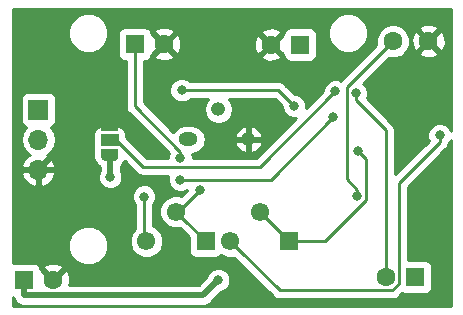
<source format=gbl>
G04 #@! TF.GenerationSoftware,KiCad,Pcbnew,5.0.2-bee76a0~70~ubuntu18.04.1*
G04 #@! TF.CreationDate,2020-01-23T08:49:23+05:30*
G04 #@! TF.ProjectId,pir_v1_0,7069725f-7631-45f3-902e-6b696361645f,rev?*
G04 #@! TF.SameCoordinates,Original*
G04 #@! TF.FileFunction,Copper,L2,Bot*
G04 #@! TF.FilePolarity,Positive*
%FSLAX46Y46*%
G04 Gerber Fmt 4.6, Leading zero omitted, Abs format (unit mm)*
G04 Created by KiCad (PCBNEW 5.0.2-bee76a0~70~ubuntu18.04.1) date Thu Jan 23 08:49:23 2020*
%MOMM*%
%LPD*%
G01*
G04 APERTURE LIST*
G04 #@! TA.AperFunction,ComponentPad*
%ADD10O,1.700000X1.700000*%
G04 #@! TD*
G04 #@! TA.AperFunction,ComponentPad*
%ADD11R,1.700000X1.700000*%
G04 #@! TD*
G04 #@! TA.AperFunction,ComponentPad*
%ADD12R,1.600000X1.600000*%
G04 #@! TD*
G04 #@! TA.AperFunction,ComponentPad*
%ADD13C,1.600000*%
G04 #@! TD*
G04 #@! TA.AperFunction,ComponentPad*
%ADD14O,1.600000X1.200000*%
G04 #@! TD*
G04 #@! TA.AperFunction,ComponentPad*
%ADD15O,1.200000X1.200000*%
G04 #@! TD*
G04 #@! TA.AperFunction,SMDPad,CuDef*
%ADD16C,0.500000*%
G04 #@! TD*
G04 #@! TA.AperFunction,Conductor*
%ADD17C,0.100000*%
G04 #@! TD*
G04 #@! TA.AperFunction,SMDPad,CuDef*
%ADD18R,1.500000X1.000000*%
G04 #@! TD*
G04 #@! TA.AperFunction,ComponentPad*
%ADD19C,1.550000*%
G04 #@! TD*
G04 #@! TA.AperFunction,ComponentPad*
%ADD20R,1.550000X1.550000*%
G04 #@! TD*
G04 #@! TA.AperFunction,ViaPad*
%ADD21C,0.800000*%
G04 #@! TD*
G04 #@! TA.AperFunction,Conductor*
%ADD22C,0.500000*%
G04 #@! TD*
G04 #@! TA.AperFunction,Conductor*
%ADD23C,0.250000*%
G04 #@! TD*
G04 #@! TA.AperFunction,Conductor*
%ADD24C,0.254000*%
G04 #@! TD*
G04 APERTURE END LIST*
D10*
G04 #@! TO.P,J2,3*
G04 #@! TO.N,GND*
X72125000Y-64990000D03*
G04 #@! TO.P,J2,2*
G04 #@! TO.N,Net-(J2-Pad2)*
X72125000Y-62450000D03*
D11*
G04 #@! TO.P,J2,1*
G04 #@! TO.N,Net-(J2-Pad1)*
X72125000Y-59910000D03*
G04 #@! TD*
D12*
G04 #@! TO.P,C2,1*
G04 #@! TO.N,Net-(C2-Pad1)*
X80275000Y-54375000D03*
D13*
G04 #@! TO.P,C2,2*
G04 #@! TO.N,GND*
X82775000Y-54375000D03*
G04 #@! TD*
G04 #@! TO.P,C3,2*
G04 #@! TO.N,GND*
X91800000Y-54400000D03*
D12*
G04 #@! TO.P,C3,1*
G04 #@! TO.N,Net-(C3-Pad1)*
X94300000Y-54400000D03*
G04 #@! TD*
G04 #@! TO.P,C5,1*
G04 #@! TO.N,Net-(C5-Pad1)*
X104025000Y-74100000D03*
D13*
G04 #@! TO.P,C5,2*
G04 #@! TO.N,Net-(C4-Pad1)*
X101525000Y-74100000D03*
G04 #@! TD*
G04 #@! TO.P,C10,2*
G04 #@! TO.N,GND*
X73375000Y-74325000D03*
D12*
G04 #@! TO.P,C10,1*
G04 #@! TO.N,+3V3*
X70875000Y-74325000D03*
G04 #@! TD*
D13*
G04 #@! TO.P,R6,1*
G04 #@! TO.N,Net-(R5-Pad2)*
X102150000Y-54125000D03*
G04 #@! TO.P,R6,2*
G04 #@! TO.N,GND*
X105150000Y-54125000D03*
G04 #@! TD*
D14*
G04 #@! TO.P,U1,1*
G04 #@! TO.N,Net-(R2-Pad2)*
X84825000Y-62425000D03*
D15*
G04 #@! TO.P,U1,2*
G04 #@! TO.N,Net-(C1-Pad1)*
X87365000Y-59885000D03*
G04 #@! TO.P,U1,3*
G04 #@! TO.N,GND*
X89905000Y-62425000D03*
G04 #@! TD*
D16*
G04 #@! TO.P,J1,1*
G04 #@! TO.N,+3V3*
X78150000Y-63775000D03*
D17*
G04 #@! TD*
G04 #@! TO.N,+3V3*
G04 #@! TO.C,J1*
G36*
X78900000Y-63225000D02*
X78900000Y-63775000D01*
X78899398Y-63775000D01*
X78899398Y-63799534D01*
X78894588Y-63848365D01*
X78885016Y-63896490D01*
X78870772Y-63943445D01*
X78851995Y-63988778D01*
X78828864Y-64032051D01*
X78801604Y-64072850D01*
X78770476Y-64110779D01*
X78735779Y-64145476D01*
X78697850Y-64176604D01*
X78657051Y-64203864D01*
X78613778Y-64226995D01*
X78568445Y-64245772D01*
X78521490Y-64260016D01*
X78473365Y-64269588D01*
X78424534Y-64274398D01*
X78400000Y-64274398D01*
X78400000Y-64275000D01*
X77900000Y-64275000D01*
X77900000Y-64274398D01*
X77875466Y-64274398D01*
X77826635Y-64269588D01*
X77778510Y-64260016D01*
X77731555Y-64245772D01*
X77686222Y-64226995D01*
X77642949Y-64203864D01*
X77602150Y-64176604D01*
X77564221Y-64145476D01*
X77529524Y-64110779D01*
X77498396Y-64072850D01*
X77471136Y-64032051D01*
X77448005Y-63988778D01*
X77429228Y-63943445D01*
X77414984Y-63896490D01*
X77405412Y-63848365D01*
X77400602Y-63799534D01*
X77400602Y-63775000D01*
X77400000Y-63775000D01*
X77400000Y-63225000D01*
X78900000Y-63225000D01*
X78900000Y-63225000D01*
G37*
D16*
G04 #@! TO.P,J1,3*
G04 #@! TO.N,GND*
X78150000Y-61175000D03*
D17*
G04 #@! TD*
G04 #@! TO.N,GND*
G04 #@! TO.C,J1*
G36*
X77400602Y-61175000D02*
X77400602Y-61150466D01*
X77405412Y-61101635D01*
X77414984Y-61053510D01*
X77429228Y-61006555D01*
X77448005Y-60961222D01*
X77471136Y-60917949D01*
X77498396Y-60877150D01*
X77529524Y-60839221D01*
X77564221Y-60804524D01*
X77602150Y-60773396D01*
X77642949Y-60746136D01*
X77686222Y-60723005D01*
X77731555Y-60704228D01*
X77778510Y-60689984D01*
X77826635Y-60680412D01*
X77875466Y-60675602D01*
X77900000Y-60675602D01*
X77900000Y-60675000D01*
X78400000Y-60675000D01*
X78400000Y-60675602D01*
X78424534Y-60675602D01*
X78473365Y-60680412D01*
X78521490Y-60689984D01*
X78568445Y-60704228D01*
X78613778Y-60723005D01*
X78657051Y-60746136D01*
X78697850Y-60773396D01*
X78735779Y-60804524D01*
X78770476Y-60839221D01*
X78801604Y-60877150D01*
X78828864Y-60917949D01*
X78851995Y-60961222D01*
X78870772Y-61006555D01*
X78885016Y-61053510D01*
X78894588Y-61101635D01*
X78899398Y-61150466D01*
X78899398Y-61175000D01*
X78900000Y-61175000D01*
X78900000Y-61725000D01*
X77400000Y-61725000D01*
X77400000Y-61175000D01*
X77400602Y-61175000D01*
X77400602Y-61175000D01*
G37*
D18*
G04 #@! TO.P,J1,2*
G04 #@! TO.N,Net-(J1-Pad2)*
X78150000Y-62475000D03*
G04 #@! TD*
D19*
G04 #@! TO.P,RV1,3*
G04 #@! TO.N,Net-(R12-Pad2)*
X88375000Y-71050000D03*
D20*
G04 #@! TO.P,RV1,1*
G04 #@! TO.N,Net-(C7-Pad2)*
X93375000Y-71050000D03*
D19*
G04 #@! TO.P,RV1,2*
X90875000Y-68550000D03*
G04 #@! TD*
G04 #@! TO.P,RV2,2*
G04 #@! TO.N,Net-(C9-Pad2)*
X83775000Y-68550000D03*
D20*
G04 #@! TO.P,RV2,1*
X86275000Y-71050000D03*
D19*
G04 #@! TO.P,RV2,3*
G04 #@! TO.N,Net-(R13-Pad1)*
X81275000Y-71050000D03*
G04 #@! TD*
D21*
G04 #@! TO.N,Net-(C2-Pad1)*
X84150000Y-64050000D03*
G04 #@! TO.N,Net-(C4-Pad1)*
X98975000Y-58525000D03*
G04 #@! TO.N,Net-(C7-Pad2)*
X99150000Y-63400000D03*
G04 #@! TO.N,Net-(C9-Pad2)*
X85775000Y-66750000D03*
G04 #@! TO.N,+3V3*
X78200000Y-65625000D03*
X87350000Y-74350000D03*
G04 #@! TO.N,Net-(J1-Pad2)*
X97275000Y-58375000D03*
G04 #@! TO.N,Net-(R5-Pad2)*
X99125000Y-67250000D03*
G04 #@! TO.N,Net-(R12-Pad2)*
X106100000Y-62100000D03*
G04 #@! TO.N,Net-(R13-Pad1)*
X81075000Y-67275010D03*
G04 #@! TO.N,Net-(R13-Pad2)*
X97100000Y-60575000D03*
X84125000Y-65850000D03*
G04 #@! TO.N,Net-(R15-Pad2)*
X93775000Y-59600000D03*
X84250000Y-58275000D03*
G04 #@! TD*
D22*
G04 #@! TO.N,GND*
X75940000Y-61175000D02*
X72125000Y-64990000D01*
X78150000Y-61175000D02*
X75940000Y-61175000D01*
D23*
G04 #@! TO.N,Net-(C2-Pad1)*
X80275000Y-55425000D02*
X80275000Y-54375000D01*
X80275000Y-59609315D02*
X80275000Y-55425000D01*
X84150000Y-63484315D02*
X80275000Y-59609315D01*
X84150000Y-64050000D02*
X84150000Y-63484315D01*
G04 #@! TO.N,Net-(C4-Pad1)*
X101525000Y-61640685D02*
X101525000Y-74100000D01*
X98975000Y-58525000D02*
X98975000Y-59090685D01*
X98975000Y-59090685D02*
X101525000Y-61640685D01*
G04 #@! TO.N,Net-(C7-Pad2)*
X99850001Y-64100001D02*
X99850001Y-67598001D01*
X99150000Y-63400000D02*
X99850001Y-64100001D01*
X96398002Y-71050000D02*
X93375000Y-71050000D01*
X99850001Y-67598001D02*
X96398002Y-71050000D01*
X91649999Y-69324999D02*
X93375000Y-71050000D01*
X90875000Y-68550000D02*
X91649999Y-69324999D01*
G04 #@! TO.N,Net-(C9-Pad2)*
X85450000Y-66750000D02*
X85775000Y-66750000D01*
X83975000Y-68550000D02*
X83775000Y-68550000D01*
X85775000Y-66750000D02*
X83975000Y-68550000D01*
X84549999Y-69324999D02*
X86275000Y-71050000D01*
X83775000Y-68550000D02*
X84549999Y-69324999D01*
D22*
G04 #@! TO.N,+3V3*
X78200000Y-63825000D02*
X78150000Y-63775000D01*
X78200000Y-65625000D02*
X78200000Y-63825000D01*
X70875001Y-75625001D02*
X86074999Y-75625001D01*
X86074999Y-75625001D02*
X87350000Y-74350000D01*
X70875000Y-74325000D02*
X70875001Y-75625001D01*
D23*
G04 #@! TO.N,Net-(J1-Pad2)*
X97275000Y-58375000D02*
X90874999Y-64775001D01*
X80980347Y-64775001D02*
X90874999Y-64775001D01*
X78680346Y-62475000D02*
X80980347Y-64775001D01*
X78150000Y-62475000D02*
X78680346Y-62475000D01*
G04 #@! TO.N,Net-(R5-Pad2)*
X99125000Y-66684315D02*
X98249999Y-65809314D01*
X99125000Y-67250000D02*
X99125000Y-66684315D01*
X98249999Y-58025001D02*
X98249999Y-59750000D01*
X102150000Y-54125000D02*
X98249999Y-58025001D01*
X98249999Y-65809314D02*
X98249999Y-59750000D01*
G04 #@! TO.N,Net-(R12-Pad2)*
X92550001Y-75225001D02*
X89149999Y-71824999D01*
X102065001Y-75225001D02*
X92550001Y-75225001D01*
X102650001Y-74640001D02*
X102065001Y-75225001D01*
X102650001Y-66115684D02*
X102650001Y-74640001D01*
X106100000Y-62665685D02*
X102650001Y-66115684D01*
X106100000Y-62100000D02*
X106100000Y-62665685D01*
X89149999Y-71824999D02*
X88375000Y-71050000D01*
G04 #@! TO.N,Net-(R13-Pad1)*
X81075000Y-70975000D02*
X81150000Y-71050000D01*
X81075000Y-70850000D02*
X81275000Y-71050000D01*
X81075000Y-67275010D02*
X81075000Y-70850000D01*
G04 #@! TO.N,Net-(R13-Pad2)*
X97100000Y-60575000D02*
X91825000Y-65850000D01*
X91825000Y-65850000D02*
X84125000Y-65850000D01*
G04 #@! TO.N,Net-(R15-Pad2)*
X93775000Y-59600000D02*
X92450000Y-58275000D01*
X92450000Y-58275000D02*
X84250000Y-58275000D01*
G04 #@! TD*
D24*
G04 #@! TO.N,GND*
G36*
X107065000Y-61725132D02*
X106977431Y-61513720D01*
X106686280Y-61222569D01*
X106305874Y-61065000D01*
X105894126Y-61065000D01*
X105513720Y-61222569D01*
X105222569Y-61513720D01*
X105065000Y-61894126D01*
X105065000Y-62305874D01*
X105158728Y-62532154D01*
X102285000Y-65405884D01*
X102285000Y-61715533D01*
X102299888Y-61640685D01*
X102285000Y-61565837D01*
X102285000Y-61565833D01*
X102240904Y-61344148D01*
X102072929Y-61092756D01*
X102009473Y-61050356D01*
X99916271Y-58957155D01*
X100010000Y-58730874D01*
X100010000Y-58319126D01*
X99852431Y-57938720D01*
X99631756Y-57718045D01*
X101811699Y-55538104D01*
X101864561Y-55560000D01*
X102435439Y-55560000D01*
X102962862Y-55341534D01*
X103171651Y-55132745D01*
X104321861Y-55132745D01*
X104395995Y-55378864D01*
X104933223Y-55571965D01*
X105503454Y-55544778D01*
X105904005Y-55378864D01*
X105978139Y-55132745D01*
X105150000Y-54304605D01*
X104321861Y-55132745D01*
X103171651Y-55132745D01*
X103366534Y-54937862D01*
X103585000Y-54410439D01*
X103585000Y-53908223D01*
X103703035Y-53908223D01*
X103730222Y-54478454D01*
X103896136Y-54879005D01*
X104142255Y-54953139D01*
X104970395Y-54125000D01*
X105329605Y-54125000D01*
X106157745Y-54953139D01*
X106403864Y-54879005D01*
X106596965Y-54341777D01*
X106569778Y-53771546D01*
X106403864Y-53370995D01*
X106157745Y-53296861D01*
X105329605Y-54125000D01*
X104970395Y-54125000D01*
X104142255Y-53296861D01*
X103896136Y-53370995D01*
X103703035Y-53908223D01*
X103585000Y-53908223D01*
X103585000Y-53839561D01*
X103366534Y-53312138D01*
X103171651Y-53117255D01*
X104321861Y-53117255D01*
X105150000Y-53945395D01*
X105978139Y-53117255D01*
X105904005Y-52871136D01*
X105366777Y-52678035D01*
X104796546Y-52705222D01*
X104395995Y-52871136D01*
X104321861Y-53117255D01*
X103171651Y-53117255D01*
X102962862Y-52908466D01*
X102435439Y-52690000D01*
X101864561Y-52690000D01*
X101337138Y-52908466D01*
X100933466Y-53312138D01*
X100715000Y-53839561D01*
X100715000Y-54410439D01*
X100736896Y-54463301D01*
X97765529Y-57434670D01*
X97744060Y-57449015D01*
X97480874Y-57340000D01*
X97069126Y-57340000D01*
X96688720Y-57497569D01*
X96397569Y-57788720D01*
X96240000Y-58169126D01*
X96240000Y-58335198D01*
X94810000Y-59765198D01*
X94810000Y-59394126D01*
X94652431Y-59013720D01*
X94361280Y-58722569D01*
X93980874Y-58565000D01*
X93814802Y-58565000D01*
X93040331Y-57790530D01*
X92997929Y-57727071D01*
X92746537Y-57559096D01*
X92524852Y-57515000D01*
X92524847Y-57515000D01*
X92450000Y-57500112D01*
X92375153Y-57515000D01*
X84953711Y-57515000D01*
X84836280Y-57397569D01*
X84455874Y-57240000D01*
X84044126Y-57240000D01*
X83663720Y-57397569D01*
X83372569Y-57688720D01*
X83215000Y-58069126D01*
X83215000Y-58480874D01*
X83372569Y-58861280D01*
X83663720Y-59152431D01*
X84044126Y-59310000D01*
X84455874Y-59310000D01*
X84836280Y-59152431D01*
X84953711Y-59035000D01*
X86447631Y-59035000D01*
X86201656Y-59403127D01*
X86105805Y-59885000D01*
X86201656Y-60366873D01*
X86474615Y-60775385D01*
X86883127Y-61048344D01*
X87243364Y-61120000D01*
X87486636Y-61120000D01*
X87846873Y-61048344D01*
X88255385Y-60775385D01*
X88528344Y-60366873D01*
X88624195Y-59885000D01*
X88528344Y-59403127D01*
X88282369Y-59035000D01*
X92135199Y-59035000D01*
X92740000Y-59639802D01*
X92740000Y-59805874D01*
X92897569Y-60186280D01*
X93188720Y-60477431D01*
X93569126Y-60635000D01*
X93940198Y-60635000D01*
X90560198Y-64015001D01*
X85185000Y-64015001D01*
X85185000Y-63844126D01*
X85108733Y-63660000D01*
X85146636Y-63660000D01*
X85506873Y-63588344D01*
X85915385Y-63315385D01*
X86188344Y-62906873D01*
X86221018Y-62742609D01*
X88711538Y-62742609D01*
X88836503Y-63044327D01*
X89154844Y-63406080D01*
X89587389Y-63618472D01*
X89778000Y-63494714D01*
X89778000Y-62552000D01*
X90032000Y-62552000D01*
X90032000Y-63494714D01*
X90222611Y-63618472D01*
X90655156Y-63406080D01*
X90973497Y-63044327D01*
X91098462Y-62742609D01*
X90973731Y-62552000D01*
X90032000Y-62552000D01*
X89778000Y-62552000D01*
X88836269Y-62552000D01*
X88711538Y-62742609D01*
X86221018Y-62742609D01*
X86284195Y-62425000D01*
X86221019Y-62107391D01*
X88711538Y-62107391D01*
X88836269Y-62298000D01*
X89778000Y-62298000D01*
X89778000Y-61355286D01*
X90032000Y-61355286D01*
X90032000Y-62298000D01*
X90973731Y-62298000D01*
X91098462Y-62107391D01*
X90973497Y-61805673D01*
X90655156Y-61443920D01*
X90222611Y-61231528D01*
X90032000Y-61355286D01*
X89778000Y-61355286D01*
X89587389Y-61231528D01*
X89154844Y-61443920D01*
X88836503Y-61805673D01*
X88711538Y-62107391D01*
X86221019Y-62107391D01*
X86188344Y-61943127D01*
X85915385Y-61534615D01*
X85506873Y-61261656D01*
X85146636Y-61190000D01*
X84503364Y-61190000D01*
X84143127Y-61261656D01*
X83734615Y-61534615D01*
X83550560Y-61810073D01*
X81035000Y-59294514D01*
X81035000Y-55822440D01*
X81075000Y-55822440D01*
X81322765Y-55773157D01*
X81532809Y-55632809D01*
X81673157Y-55422765D01*
X81681117Y-55382745D01*
X81946861Y-55382745D01*
X82020995Y-55628864D01*
X82558223Y-55821965D01*
X83128454Y-55794778D01*
X83529005Y-55628864D01*
X83595608Y-55407745D01*
X90971861Y-55407745D01*
X91045995Y-55653864D01*
X91583223Y-55846965D01*
X92153454Y-55819778D01*
X92554005Y-55653864D01*
X92628139Y-55407745D01*
X91800000Y-54579605D01*
X90971861Y-55407745D01*
X83595608Y-55407745D01*
X83603139Y-55382745D01*
X82775000Y-54554605D01*
X81946861Y-55382745D01*
X81681117Y-55382745D01*
X81719693Y-55188813D01*
X81767255Y-55203139D01*
X82595395Y-54375000D01*
X82954605Y-54375000D01*
X83782745Y-55203139D01*
X84028864Y-55129005D01*
X84221965Y-54591777D01*
X84202487Y-54183223D01*
X90353035Y-54183223D01*
X90380222Y-54753454D01*
X90546136Y-55154005D01*
X90792255Y-55228139D01*
X91620395Y-54400000D01*
X91979605Y-54400000D01*
X92807745Y-55228139D01*
X92855307Y-55213813D01*
X92901843Y-55447765D01*
X93042191Y-55657809D01*
X93252235Y-55798157D01*
X93500000Y-55847440D01*
X95100000Y-55847440D01*
X95347765Y-55798157D01*
X95557809Y-55657809D01*
X95698157Y-55447765D01*
X95747440Y-55200000D01*
X95747440Y-53600000D01*
X95698157Y-53352235D01*
X95557809Y-53142191D01*
X95479451Y-53089833D01*
X96665000Y-53089833D01*
X96665000Y-53760167D01*
X96921526Y-54379476D01*
X97395524Y-54853474D01*
X98014833Y-55110000D01*
X98685167Y-55110000D01*
X99304476Y-54853474D01*
X99778474Y-54379476D01*
X100035000Y-53760167D01*
X100035000Y-53089833D01*
X99778474Y-52470524D01*
X99304476Y-51996526D01*
X98685167Y-51740000D01*
X98014833Y-51740000D01*
X97395524Y-51996526D01*
X96921526Y-52470524D01*
X96665000Y-53089833D01*
X95479451Y-53089833D01*
X95347765Y-53001843D01*
X95100000Y-52952560D01*
X93500000Y-52952560D01*
X93252235Y-53001843D01*
X93042191Y-53142191D01*
X92901843Y-53352235D01*
X92855307Y-53586187D01*
X92807745Y-53571861D01*
X91979605Y-54400000D01*
X91620395Y-54400000D01*
X90792255Y-53571861D01*
X90546136Y-53645995D01*
X90353035Y-54183223D01*
X84202487Y-54183223D01*
X84194778Y-54021546D01*
X84028864Y-53620995D01*
X83782745Y-53546861D01*
X82954605Y-54375000D01*
X82595395Y-54375000D01*
X81767255Y-53546861D01*
X81719693Y-53561187D01*
X81681118Y-53367255D01*
X81946861Y-53367255D01*
X82775000Y-54195395D01*
X83578139Y-53392255D01*
X90971861Y-53392255D01*
X91800000Y-54220395D01*
X92628139Y-53392255D01*
X92554005Y-53146136D01*
X92016777Y-52953035D01*
X91446546Y-52980222D01*
X91045995Y-53146136D01*
X90971861Y-53392255D01*
X83578139Y-53392255D01*
X83603139Y-53367255D01*
X83529005Y-53121136D01*
X82991777Y-52928035D01*
X82421546Y-52955222D01*
X82020995Y-53121136D01*
X81946861Y-53367255D01*
X81681118Y-53367255D01*
X81673157Y-53327235D01*
X81532809Y-53117191D01*
X81322765Y-52976843D01*
X81075000Y-52927560D01*
X79475000Y-52927560D01*
X79227235Y-52976843D01*
X79017191Y-53117191D01*
X78876843Y-53327235D01*
X78827560Y-53575000D01*
X78827560Y-55175000D01*
X78876843Y-55422765D01*
X79017191Y-55632809D01*
X79227235Y-55773157D01*
X79475000Y-55822440D01*
X79515001Y-55822440D01*
X79515000Y-59534468D01*
X79500112Y-59609315D01*
X79515000Y-59684162D01*
X79515000Y-59684166D01*
X79559096Y-59905851D01*
X79727071Y-60157244D01*
X79790530Y-60199646D01*
X83208728Y-63617845D01*
X83115000Y-63844126D01*
X83115000Y-64015001D01*
X81295149Y-64015001D01*
X79547440Y-62267293D01*
X79547440Y-61975000D01*
X79498157Y-61727235D01*
X79357809Y-61517191D01*
X79147765Y-61376843D01*
X78900000Y-61327560D01*
X77400000Y-61327560D01*
X77152235Y-61376843D01*
X76942191Y-61517191D01*
X76801843Y-61727235D01*
X76752560Y-61975000D01*
X76752560Y-62975000D01*
X76777424Y-63100000D01*
X76752560Y-63225000D01*
X76752560Y-63775000D01*
X76754968Y-63787106D01*
X76754968Y-63824009D01*
X76767408Y-63950318D01*
X76786530Y-64046451D01*
X76823372Y-64167904D01*
X76860881Y-64258460D01*
X76920713Y-64370397D01*
X76975169Y-64451896D01*
X77055686Y-64550006D01*
X77124994Y-64619314D01*
X77223104Y-64699831D01*
X77304603Y-64754287D01*
X77315000Y-64759845D01*
X77315000Y-65056992D01*
X77165000Y-65419126D01*
X77165000Y-65830874D01*
X77322569Y-66211280D01*
X77613720Y-66502431D01*
X77994126Y-66660000D01*
X78405874Y-66660000D01*
X78786280Y-66502431D01*
X79077431Y-66211280D01*
X79235000Y-65830874D01*
X79235000Y-65419126D01*
X79085000Y-65056993D01*
X79085000Y-64693180D01*
X79175006Y-64619314D01*
X79244314Y-64550006D01*
X79324831Y-64451896D01*
X79379287Y-64370397D01*
X79421663Y-64291118D01*
X80390018Y-65259474D01*
X80432418Y-65322930D01*
X80683810Y-65490905D01*
X80905495Y-65535001D01*
X80905499Y-65535001D01*
X80980347Y-65549889D01*
X81055195Y-65535001D01*
X83135201Y-65535001D01*
X83090000Y-65644126D01*
X83090000Y-66055874D01*
X83247569Y-66436280D01*
X83538720Y-66727431D01*
X83919126Y-66885000D01*
X84330874Y-66885000D01*
X84676756Y-66741731D01*
X84675111Y-66750000D01*
X84679273Y-66770924D01*
X84235589Y-67214609D01*
X84055467Y-67140000D01*
X83494533Y-67140000D01*
X82976299Y-67354659D01*
X82579659Y-67751299D01*
X82365000Y-68269533D01*
X82365000Y-68830467D01*
X82579659Y-69348701D01*
X82976299Y-69745341D01*
X83494533Y-69960000D01*
X84055467Y-69960000D01*
X84094168Y-69943969D01*
X84852560Y-70702361D01*
X84852560Y-71825000D01*
X84901843Y-72072765D01*
X85042191Y-72282809D01*
X85252235Y-72423157D01*
X85500000Y-72472440D01*
X87050000Y-72472440D01*
X87297765Y-72423157D01*
X87507809Y-72282809D01*
X87550250Y-72219292D01*
X87576299Y-72245341D01*
X88094533Y-72460000D01*
X88655467Y-72460000D01*
X88694168Y-72443969D01*
X91959672Y-75709474D01*
X92002072Y-75772930D01*
X92253464Y-75940905D01*
X92475149Y-75985001D01*
X92475154Y-75985001D01*
X92550001Y-75999889D01*
X92624848Y-75985001D01*
X101990154Y-75985001D01*
X102065001Y-75999889D01*
X102139848Y-75985001D01*
X102139853Y-75985001D01*
X102361538Y-75940905D01*
X102612930Y-75772930D01*
X102655332Y-75709471D01*
X102910942Y-75453861D01*
X102977235Y-75498157D01*
X103225000Y-75547440D01*
X104825000Y-75547440D01*
X105072765Y-75498157D01*
X105282809Y-75357809D01*
X105423157Y-75147765D01*
X105472440Y-74900000D01*
X105472440Y-73300000D01*
X105423157Y-73052235D01*
X105282809Y-72842191D01*
X105072765Y-72701843D01*
X104825000Y-72652560D01*
X103410001Y-72652560D01*
X103410001Y-66430485D01*
X106584476Y-63256012D01*
X106647929Y-63213614D01*
X106690327Y-63150161D01*
X106690329Y-63150159D01*
X106790767Y-62999842D01*
X106815904Y-62962222D01*
X106844314Y-62819397D01*
X106977431Y-62686280D01*
X107065000Y-62474868D01*
X107065001Y-76540000D01*
X69935000Y-76540000D01*
X69935000Y-75744593D01*
X69998983Y-75757319D01*
X70041349Y-75970311D01*
X70236952Y-76263050D01*
X70529691Y-76458653D01*
X70787836Y-76510001D01*
X70787840Y-76510001D01*
X70875001Y-76527338D01*
X70962161Y-76510001D01*
X85987838Y-76510001D01*
X86074999Y-76527338D01*
X86162160Y-76510001D01*
X86162164Y-76510001D01*
X86420309Y-76458653D01*
X86713048Y-76263050D01*
X86762424Y-76189154D01*
X87574148Y-75377431D01*
X87936280Y-75227431D01*
X88227431Y-74936280D01*
X88385000Y-74555874D01*
X88385000Y-74144126D01*
X88227431Y-73763720D01*
X87936280Y-73472569D01*
X87555874Y-73315000D01*
X87144126Y-73315000D01*
X86763720Y-73472569D01*
X86472569Y-73763720D01*
X86322569Y-74125852D01*
X85708421Y-74740001D01*
X74750715Y-74740001D01*
X74821965Y-74541777D01*
X74794778Y-73971546D01*
X74628864Y-73570995D01*
X74382745Y-73496861D01*
X73554605Y-74325000D01*
X73568748Y-74339142D01*
X73389143Y-74518748D01*
X73375000Y-74504605D01*
X73360858Y-74518748D01*
X73181252Y-74339142D01*
X73195395Y-74325000D01*
X72367255Y-73496861D01*
X72319693Y-73511187D01*
X72281118Y-73317255D01*
X72546861Y-73317255D01*
X73375000Y-74145395D01*
X74203139Y-73317255D01*
X74129005Y-73071136D01*
X73591777Y-72878035D01*
X73021546Y-72905222D01*
X72620995Y-73071136D01*
X72546861Y-73317255D01*
X72281118Y-73317255D01*
X72273157Y-73277235D01*
X72132809Y-73067191D01*
X71922765Y-72926843D01*
X71675000Y-72877560D01*
X70075000Y-72877560D01*
X69935000Y-72905407D01*
X69935000Y-71089833D01*
X74665000Y-71089833D01*
X74665000Y-71760167D01*
X74921526Y-72379476D01*
X75395524Y-72853474D01*
X76014833Y-73110000D01*
X76685167Y-73110000D01*
X77304476Y-72853474D01*
X77778474Y-72379476D01*
X78035000Y-71760167D01*
X78035000Y-71089833D01*
X77902328Y-70769533D01*
X79865000Y-70769533D01*
X79865000Y-71330467D01*
X80079659Y-71848701D01*
X80476299Y-72245341D01*
X80994533Y-72460000D01*
X81555467Y-72460000D01*
X82073701Y-72245341D01*
X82470341Y-71848701D01*
X82685000Y-71330467D01*
X82685000Y-70769533D01*
X82470341Y-70251299D01*
X82073701Y-69854659D01*
X81835000Y-69755786D01*
X81835000Y-67978721D01*
X81952431Y-67861290D01*
X82110000Y-67480884D01*
X82110000Y-67069136D01*
X81952431Y-66688730D01*
X81661280Y-66397579D01*
X81280874Y-66240010D01*
X80869126Y-66240010D01*
X80488720Y-66397579D01*
X80197569Y-66688730D01*
X80040000Y-67069136D01*
X80040000Y-67480884D01*
X80197569Y-67861290D01*
X80315000Y-67978721D01*
X80315001Y-70015957D01*
X80079659Y-70251299D01*
X79865000Y-70769533D01*
X77902328Y-70769533D01*
X77778474Y-70470524D01*
X77304476Y-69996526D01*
X76685167Y-69740000D01*
X76014833Y-69740000D01*
X75395524Y-69996526D01*
X74921526Y-70470524D01*
X74665000Y-71089833D01*
X69935000Y-71089833D01*
X69935000Y-65346890D01*
X70683524Y-65346890D01*
X70853355Y-65756924D01*
X71243642Y-66185183D01*
X71768108Y-66431486D01*
X71998000Y-66310819D01*
X71998000Y-65117000D01*
X72252000Y-65117000D01*
X72252000Y-66310819D01*
X72481892Y-66431486D01*
X73006358Y-66185183D01*
X73396645Y-65756924D01*
X73566476Y-65346890D01*
X73445155Y-65117000D01*
X72252000Y-65117000D01*
X71998000Y-65117000D01*
X70804845Y-65117000D01*
X70683524Y-65346890D01*
X69935000Y-65346890D01*
X69935000Y-62450000D01*
X70610908Y-62450000D01*
X70726161Y-63029418D01*
X71054375Y-63520625D01*
X71373478Y-63733843D01*
X71243642Y-63794817D01*
X70853355Y-64223076D01*
X70683524Y-64633110D01*
X70804845Y-64863000D01*
X71998000Y-64863000D01*
X71998000Y-64843000D01*
X72252000Y-64843000D01*
X72252000Y-64863000D01*
X73445155Y-64863000D01*
X73566476Y-64633110D01*
X73396645Y-64223076D01*
X73006358Y-63794817D01*
X72876522Y-63733843D01*
X73195625Y-63520625D01*
X73523839Y-63029418D01*
X73639092Y-62450000D01*
X73523839Y-61870582D01*
X73195625Y-61379375D01*
X73177381Y-61367184D01*
X73222765Y-61358157D01*
X73432809Y-61217809D01*
X73573157Y-61007765D01*
X73622440Y-60760000D01*
X73622440Y-59060000D01*
X73573157Y-58812235D01*
X73432809Y-58602191D01*
X73222765Y-58461843D01*
X72975000Y-58412560D01*
X71275000Y-58412560D01*
X71027235Y-58461843D01*
X70817191Y-58602191D01*
X70676843Y-58812235D01*
X70627560Y-59060000D01*
X70627560Y-60760000D01*
X70676843Y-61007765D01*
X70817191Y-61217809D01*
X71027235Y-61358157D01*
X71072619Y-61367184D01*
X71054375Y-61379375D01*
X70726161Y-61870582D01*
X70610908Y-62450000D01*
X69935000Y-62450000D01*
X69935000Y-53089833D01*
X74665000Y-53089833D01*
X74665000Y-53760167D01*
X74921526Y-54379476D01*
X75395524Y-54853474D01*
X76014833Y-55110000D01*
X76685167Y-55110000D01*
X77304476Y-54853474D01*
X77778474Y-54379476D01*
X78035000Y-53760167D01*
X78035000Y-53089833D01*
X77778474Y-52470524D01*
X77304476Y-51996526D01*
X76685167Y-51740000D01*
X76014833Y-51740000D01*
X75395524Y-51996526D01*
X74921526Y-52470524D01*
X74665000Y-53089833D01*
X69935000Y-53089833D01*
X69935000Y-51410000D01*
X107065000Y-51410000D01*
X107065000Y-61725132D01*
X107065000Y-61725132D01*
G37*
X107065000Y-61725132D02*
X106977431Y-61513720D01*
X106686280Y-61222569D01*
X106305874Y-61065000D01*
X105894126Y-61065000D01*
X105513720Y-61222569D01*
X105222569Y-61513720D01*
X105065000Y-61894126D01*
X105065000Y-62305874D01*
X105158728Y-62532154D01*
X102285000Y-65405884D01*
X102285000Y-61715533D01*
X102299888Y-61640685D01*
X102285000Y-61565837D01*
X102285000Y-61565833D01*
X102240904Y-61344148D01*
X102072929Y-61092756D01*
X102009473Y-61050356D01*
X99916271Y-58957155D01*
X100010000Y-58730874D01*
X100010000Y-58319126D01*
X99852431Y-57938720D01*
X99631756Y-57718045D01*
X101811699Y-55538104D01*
X101864561Y-55560000D01*
X102435439Y-55560000D01*
X102962862Y-55341534D01*
X103171651Y-55132745D01*
X104321861Y-55132745D01*
X104395995Y-55378864D01*
X104933223Y-55571965D01*
X105503454Y-55544778D01*
X105904005Y-55378864D01*
X105978139Y-55132745D01*
X105150000Y-54304605D01*
X104321861Y-55132745D01*
X103171651Y-55132745D01*
X103366534Y-54937862D01*
X103585000Y-54410439D01*
X103585000Y-53908223D01*
X103703035Y-53908223D01*
X103730222Y-54478454D01*
X103896136Y-54879005D01*
X104142255Y-54953139D01*
X104970395Y-54125000D01*
X105329605Y-54125000D01*
X106157745Y-54953139D01*
X106403864Y-54879005D01*
X106596965Y-54341777D01*
X106569778Y-53771546D01*
X106403864Y-53370995D01*
X106157745Y-53296861D01*
X105329605Y-54125000D01*
X104970395Y-54125000D01*
X104142255Y-53296861D01*
X103896136Y-53370995D01*
X103703035Y-53908223D01*
X103585000Y-53908223D01*
X103585000Y-53839561D01*
X103366534Y-53312138D01*
X103171651Y-53117255D01*
X104321861Y-53117255D01*
X105150000Y-53945395D01*
X105978139Y-53117255D01*
X105904005Y-52871136D01*
X105366777Y-52678035D01*
X104796546Y-52705222D01*
X104395995Y-52871136D01*
X104321861Y-53117255D01*
X103171651Y-53117255D01*
X102962862Y-52908466D01*
X102435439Y-52690000D01*
X101864561Y-52690000D01*
X101337138Y-52908466D01*
X100933466Y-53312138D01*
X100715000Y-53839561D01*
X100715000Y-54410439D01*
X100736896Y-54463301D01*
X97765529Y-57434670D01*
X97744060Y-57449015D01*
X97480874Y-57340000D01*
X97069126Y-57340000D01*
X96688720Y-57497569D01*
X96397569Y-57788720D01*
X96240000Y-58169126D01*
X96240000Y-58335198D01*
X94810000Y-59765198D01*
X94810000Y-59394126D01*
X94652431Y-59013720D01*
X94361280Y-58722569D01*
X93980874Y-58565000D01*
X93814802Y-58565000D01*
X93040331Y-57790530D01*
X92997929Y-57727071D01*
X92746537Y-57559096D01*
X92524852Y-57515000D01*
X92524847Y-57515000D01*
X92450000Y-57500112D01*
X92375153Y-57515000D01*
X84953711Y-57515000D01*
X84836280Y-57397569D01*
X84455874Y-57240000D01*
X84044126Y-57240000D01*
X83663720Y-57397569D01*
X83372569Y-57688720D01*
X83215000Y-58069126D01*
X83215000Y-58480874D01*
X83372569Y-58861280D01*
X83663720Y-59152431D01*
X84044126Y-59310000D01*
X84455874Y-59310000D01*
X84836280Y-59152431D01*
X84953711Y-59035000D01*
X86447631Y-59035000D01*
X86201656Y-59403127D01*
X86105805Y-59885000D01*
X86201656Y-60366873D01*
X86474615Y-60775385D01*
X86883127Y-61048344D01*
X87243364Y-61120000D01*
X87486636Y-61120000D01*
X87846873Y-61048344D01*
X88255385Y-60775385D01*
X88528344Y-60366873D01*
X88624195Y-59885000D01*
X88528344Y-59403127D01*
X88282369Y-59035000D01*
X92135199Y-59035000D01*
X92740000Y-59639802D01*
X92740000Y-59805874D01*
X92897569Y-60186280D01*
X93188720Y-60477431D01*
X93569126Y-60635000D01*
X93940198Y-60635000D01*
X90560198Y-64015001D01*
X85185000Y-64015001D01*
X85185000Y-63844126D01*
X85108733Y-63660000D01*
X85146636Y-63660000D01*
X85506873Y-63588344D01*
X85915385Y-63315385D01*
X86188344Y-62906873D01*
X86221018Y-62742609D01*
X88711538Y-62742609D01*
X88836503Y-63044327D01*
X89154844Y-63406080D01*
X89587389Y-63618472D01*
X89778000Y-63494714D01*
X89778000Y-62552000D01*
X90032000Y-62552000D01*
X90032000Y-63494714D01*
X90222611Y-63618472D01*
X90655156Y-63406080D01*
X90973497Y-63044327D01*
X91098462Y-62742609D01*
X90973731Y-62552000D01*
X90032000Y-62552000D01*
X89778000Y-62552000D01*
X88836269Y-62552000D01*
X88711538Y-62742609D01*
X86221018Y-62742609D01*
X86284195Y-62425000D01*
X86221019Y-62107391D01*
X88711538Y-62107391D01*
X88836269Y-62298000D01*
X89778000Y-62298000D01*
X89778000Y-61355286D01*
X90032000Y-61355286D01*
X90032000Y-62298000D01*
X90973731Y-62298000D01*
X91098462Y-62107391D01*
X90973497Y-61805673D01*
X90655156Y-61443920D01*
X90222611Y-61231528D01*
X90032000Y-61355286D01*
X89778000Y-61355286D01*
X89587389Y-61231528D01*
X89154844Y-61443920D01*
X88836503Y-61805673D01*
X88711538Y-62107391D01*
X86221019Y-62107391D01*
X86188344Y-61943127D01*
X85915385Y-61534615D01*
X85506873Y-61261656D01*
X85146636Y-61190000D01*
X84503364Y-61190000D01*
X84143127Y-61261656D01*
X83734615Y-61534615D01*
X83550560Y-61810073D01*
X81035000Y-59294514D01*
X81035000Y-55822440D01*
X81075000Y-55822440D01*
X81322765Y-55773157D01*
X81532809Y-55632809D01*
X81673157Y-55422765D01*
X81681117Y-55382745D01*
X81946861Y-55382745D01*
X82020995Y-55628864D01*
X82558223Y-55821965D01*
X83128454Y-55794778D01*
X83529005Y-55628864D01*
X83595608Y-55407745D01*
X90971861Y-55407745D01*
X91045995Y-55653864D01*
X91583223Y-55846965D01*
X92153454Y-55819778D01*
X92554005Y-55653864D01*
X92628139Y-55407745D01*
X91800000Y-54579605D01*
X90971861Y-55407745D01*
X83595608Y-55407745D01*
X83603139Y-55382745D01*
X82775000Y-54554605D01*
X81946861Y-55382745D01*
X81681117Y-55382745D01*
X81719693Y-55188813D01*
X81767255Y-55203139D01*
X82595395Y-54375000D01*
X82954605Y-54375000D01*
X83782745Y-55203139D01*
X84028864Y-55129005D01*
X84221965Y-54591777D01*
X84202487Y-54183223D01*
X90353035Y-54183223D01*
X90380222Y-54753454D01*
X90546136Y-55154005D01*
X90792255Y-55228139D01*
X91620395Y-54400000D01*
X91979605Y-54400000D01*
X92807745Y-55228139D01*
X92855307Y-55213813D01*
X92901843Y-55447765D01*
X93042191Y-55657809D01*
X93252235Y-55798157D01*
X93500000Y-55847440D01*
X95100000Y-55847440D01*
X95347765Y-55798157D01*
X95557809Y-55657809D01*
X95698157Y-55447765D01*
X95747440Y-55200000D01*
X95747440Y-53600000D01*
X95698157Y-53352235D01*
X95557809Y-53142191D01*
X95479451Y-53089833D01*
X96665000Y-53089833D01*
X96665000Y-53760167D01*
X96921526Y-54379476D01*
X97395524Y-54853474D01*
X98014833Y-55110000D01*
X98685167Y-55110000D01*
X99304476Y-54853474D01*
X99778474Y-54379476D01*
X100035000Y-53760167D01*
X100035000Y-53089833D01*
X99778474Y-52470524D01*
X99304476Y-51996526D01*
X98685167Y-51740000D01*
X98014833Y-51740000D01*
X97395524Y-51996526D01*
X96921526Y-52470524D01*
X96665000Y-53089833D01*
X95479451Y-53089833D01*
X95347765Y-53001843D01*
X95100000Y-52952560D01*
X93500000Y-52952560D01*
X93252235Y-53001843D01*
X93042191Y-53142191D01*
X92901843Y-53352235D01*
X92855307Y-53586187D01*
X92807745Y-53571861D01*
X91979605Y-54400000D01*
X91620395Y-54400000D01*
X90792255Y-53571861D01*
X90546136Y-53645995D01*
X90353035Y-54183223D01*
X84202487Y-54183223D01*
X84194778Y-54021546D01*
X84028864Y-53620995D01*
X83782745Y-53546861D01*
X82954605Y-54375000D01*
X82595395Y-54375000D01*
X81767255Y-53546861D01*
X81719693Y-53561187D01*
X81681118Y-53367255D01*
X81946861Y-53367255D01*
X82775000Y-54195395D01*
X83578139Y-53392255D01*
X90971861Y-53392255D01*
X91800000Y-54220395D01*
X92628139Y-53392255D01*
X92554005Y-53146136D01*
X92016777Y-52953035D01*
X91446546Y-52980222D01*
X91045995Y-53146136D01*
X90971861Y-53392255D01*
X83578139Y-53392255D01*
X83603139Y-53367255D01*
X83529005Y-53121136D01*
X82991777Y-52928035D01*
X82421546Y-52955222D01*
X82020995Y-53121136D01*
X81946861Y-53367255D01*
X81681118Y-53367255D01*
X81673157Y-53327235D01*
X81532809Y-53117191D01*
X81322765Y-52976843D01*
X81075000Y-52927560D01*
X79475000Y-52927560D01*
X79227235Y-52976843D01*
X79017191Y-53117191D01*
X78876843Y-53327235D01*
X78827560Y-53575000D01*
X78827560Y-55175000D01*
X78876843Y-55422765D01*
X79017191Y-55632809D01*
X79227235Y-55773157D01*
X79475000Y-55822440D01*
X79515001Y-55822440D01*
X79515000Y-59534468D01*
X79500112Y-59609315D01*
X79515000Y-59684162D01*
X79515000Y-59684166D01*
X79559096Y-59905851D01*
X79727071Y-60157244D01*
X79790530Y-60199646D01*
X83208728Y-63617845D01*
X83115000Y-63844126D01*
X83115000Y-64015001D01*
X81295149Y-64015001D01*
X79547440Y-62267293D01*
X79547440Y-61975000D01*
X79498157Y-61727235D01*
X79357809Y-61517191D01*
X79147765Y-61376843D01*
X78900000Y-61327560D01*
X77400000Y-61327560D01*
X77152235Y-61376843D01*
X76942191Y-61517191D01*
X76801843Y-61727235D01*
X76752560Y-61975000D01*
X76752560Y-62975000D01*
X76777424Y-63100000D01*
X76752560Y-63225000D01*
X76752560Y-63775000D01*
X76754968Y-63787106D01*
X76754968Y-63824009D01*
X76767408Y-63950318D01*
X76786530Y-64046451D01*
X76823372Y-64167904D01*
X76860881Y-64258460D01*
X76920713Y-64370397D01*
X76975169Y-64451896D01*
X77055686Y-64550006D01*
X77124994Y-64619314D01*
X77223104Y-64699831D01*
X77304603Y-64754287D01*
X77315000Y-64759845D01*
X77315000Y-65056992D01*
X77165000Y-65419126D01*
X77165000Y-65830874D01*
X77322569Y-66211280D01*
X77613720Y-66502431D01*
X77994126Y-66660000D01*
X78405874Y-66660000D01*
X78786280Y-66502431D01*
X79077431Y-66211280D01*
X79235000Y-65830874D01*
X79235000Y-65419126D01*
X79085000Y-65056993D01*
X79085000Y-64693180D01*
X79175006Y-64619314D01*
X79244314Y-64550006D01*
X79324831Y-64451896D01*
X79379287Y-64370397D01*
X79421663Y-64291118D01*
X80390018Y-65259474D01*
X80432418Y-65322930D01*
X80683810Y-65490905D01*
X80905495Y-65535001D01*
X80905499Y-65535001D01*
X80980347Y-65549889D01*
X81055195Y-65535001D01*
X83135201Y-65535001D01*
X83090000Y-65644126D01*
X83090000Y-66055874D01*
X83247569Y-66436280D01*
X83538720Y-66727431D01*
X83919126Y-66885000D01*
X84330874Y-66885000D01*
X84676756Y-66741731D01*
X84675111Y-66750000D01*
X84679273Y-66770924D01*
X84235589Y-67214609D01*
X84055467Y-67140000D01*
X83494533Y-67140000D01*
X82976299Y-67354659D01*
X82579659Y-67751299D01*
X82365000Y-68269533D01*
X82365000Y-68830467D01*
X82579659Y-69348701D01*
X82976299Y-69745341D01*
X83494533Y-69960000D01*
X84055467Y-69960000D01*
X84094168Y-69943969D01*
X84852560Y-70702361D01*
X84852560Y-71825000D01*
X84901843Y-72072765D01*
X85042191Y-72282809D01*
X85252235Y-72423157D01*
X85500000Y-72472440D01*
X87050000Y-72472440D01*
X87297765Y-72423157D01*
X87507809Y-72282809D01*
X87550250Y-72219292D01*
X87576299Y-72245341D01*
X88094533Y-72460000D01*
X88655467Y-72460000D01*
X88694168Y-72443969D01*
X91959672Y-75709474D01*
X92002072Y-75772930D01*
X92253464Y-75940905D01*
X92475149Y-75985001D01*
X92475154Y-75985001D01*
X92550001Y-75999889D01*
X92624848Y-75985001D01*
X101990154Y-75985001D01*
X102065001Y-75999889D01*
X102139848Y-75985001D01*
X102139853Y-75985001D01*
X102361538Y-75940905D01*
X102612930Y-75772930D01*
X102655332Y-75709471D01*
X102910942Y-75453861D01*
X102977235Y-75498157D01*
X103225000Y-75547440D01*
X104825000Y-75547440D01*
X105072765Y-75498157D01*
X105282809Y-75357809D01*
X105423157Y-75147765D01*
X105472440Y-74900000D01*
X105472440Y-73300000D01*
X105423157Y-73052235D01*
X105282809Y-72842191D01*
X105072765Y-72701843D01*
X104825000Y-72652560D01*
X103410001Y-72652560D01*
X103410001Y-66430485D01*
X106584476Y-63256012D01*
X106647929Y-63213614D01*
X106690327Y-63150161D01*
X106690329Y-63150159D01*
X106790767Y-62999842D01*
X106815904Y-62962222D01*
X106844314Y-62819397D01*
X106977431Y-62686280D01*
X107065000Y-62474868D01*
X107065001Y-76540000D01*
X69935000Y-76540000D01*
X69935000Y-75744593D01*
X69998983Y-75757319D01*
X70041349Y-75970311D01*
X70236952Y-76263050D01*
X70529691Y-76458653D01*
X70787836Y-76510001D01*
X70787840Y-76510001D01*
X70875001Y-76527338D01*
X70962161Y-76510001D01*
X85987838Y-76510001D01*
X86074999Y-76527338D01*
X86162160Y-76510001D01*
X86162164Y-76510001D01*
X86420309Y-76458653D01*
X86713048Y-76263050D01*
X86762424Y-76189154D01*
X87574148Y-75377431D01*
X87936280Y-75227431D01*
X88227431Y-74936280D01*
X88385000Y-74555874D01*
X88385000Y-74144126D01*
X88227431Y-73763720D01*
X87936280Y-73472569D01*
X87555874Y-73315000D01*
X87144126Y-73315000D01*
X86763720Y-73472569D01*
X86472569Y-73763720D01*
X86322569Y-74125852D01*
X85708421Y-74740001D01*
X74750715Y-74740001D01*
X74821965Y-74541777D01*
X74794778Y-73971546D01*
X74628864Y-73570995D01*
X74382745Y-73496861D01*
X73554605Y-74325000D01*
X73568748Y-74339142D01*
X73389143Y-74518748D01*
X73375000Y-74504605D01*
X73360858Y-74518748D01*
X73181252Y-74339142D01*
X73195395Y-74325000D01*
X72367255Y-73496861D01*
X72319693Y-73511187D01*
X72281118Y-73317255D01*
X72546861Y-73317255D01*
X73375000Y-74145395D01*
X74203139Y-73317255D01*
X74129005Y-73071136D01*
X73591777Y-72878035D01*
X73021546Y-72905222D01*
X72620995Y-73071136D01*
X72546861Y-73317255D01*
X72281118Y-73317255D01*
X72273157Y-73277235D01*
X72132809Y-73067191D01*
X71922765Y-72926843D01*
X71675000Y-72877560D01*
X70075000Y-72877560D01*
X69935000Y-72905407D01*
X69935000Y-71089833D01*
X74665000Y-71089833D01*
X74665000Y-71760167D01*
X74921526Y-72379476D01*
X75395524Y-72853474D01*
X76014833Y-73110000D01*
X76685167Y-73110000D01*
X77304476Y-72853474D01*
X77778474Y-72379476D01*
X78035000Y-71760167D01*
X78035000Y-71089833D01*
X77902328Y-70769533D01*
X79865000Y-70769533D01*
X79865000Y-71330467D01*
X80079659Y-71848701D01*
X80476299Y-72245341D01*
X80994533Y-72460000D01*
X81555467Y-72460000D01*
X82073701Y-72245341D01*
X82470341Y-71848701D01*
X82685000Y-71330467D01*
X82685000Y-70769533D01*
X82470341Y-70251299D01*
X82073701Y-69854659D01*
X81835000Y-69755786D01*
X81835000Y-67978721D01*
X81952431Y-67861290D01*
X82110000Y-67480884D01*
X82110000Y-67069136D01*
X81952431Y-66688730D01*
X81661280Y-66397579D01*
X81280874Y-66240010D01*
X80869126Y-66240010D01*
X80488720Y-66397579D01*
X80197569Y-66688730D01*
X80040000Y-67069136D01*
X80040000Y-67480884D01*
X80197569Y-67861290D01*
X80315000Y-67978721D01*
X80315001Y-70015957D01*
X80079659Y-70251299D01*
X79865000Y-70769533D01*
X77902328Y-70769533D01*
X77778474Y-70470524D01*
X77304476Y-69996526D01*
X76685167Y-69740000D01*
X76014833Y-69740000D01*
X75395524Y-69996526D01*
X74921526Y-70470524D01*
X74665000Y-71089833D01*
X69935000Y-71089833D01*
X69935000Y-65346890D01*
X70683524Y-65346890D01*
X70853355Y-65756924D01*
X71243642Y-66185183D01*
X71768108Y-66431486D01*
X71998000Y-66310819D01*
X71998000Y-65117000D01*
X72252000Y-65117000D01*
X72252000Y-66310819D01*
X72481892Y-66431486D01*
X73006358Y-66185183D01*
X73396645Y-65756924D01*
X73566476Y-65346890D01*
X73445155Y-65117000D01*
X72252000Y-65117000D01*
X71998000Y-65117000D01*
X70804845Y-65117000D01*
X70683524Y-65346890D01*
X69935000Y-65346890D01*
X69935000Y-62450000D01*
X70610908Y-62450000D01*
X70726161Y-63029418D01*
X71054375Y-63520625D01*
X71373478Y-63733843D01*
X71243642Y-63794817D01*
X70853355Y-64223076D01*
X70683524Y-64633110D01*
X70804845Y-64863000D01*
X71998000Y-64863000D01*
X71998000Y-64843000D01*
X72252000Y-64843000D01*
X72252000Y-64863000D01*
X73445155Y-64863000D01*
X73566476Y-64633110D01*
X73396645Y-64223076D01*
X73006358Y-63794817D01*
X72876522Y-63733843D01*
X73195625Y-63520625D01*
X73523839Y-63029418D01*
X73639092Y-62450000D01*
X73523839Y-61870582D01*
X73195625Y-61379375D01*
X73177381Y-61367184D01*
X73222765Y-61358157D01*
X73432809Y-61217809D01*
X73573157Y-61007765D01*
X73622440Y-60760000D01*
X73622440Y-59060000D01*
X73573157Y-58812235D01*
X73432809Y-58602191D01*
X73222765Y-58461843D01*
X72975000Y-58412560D01*
X71275000Y-58412560D01*
X71027235Y-58461843D01*
X70817191Y-58602191D01*
X70676843Y-58812235D01*
X70627560Y-59060000D01*
X70627560Y-60760000D01*
X70676843Y-61007765D01*
X70817191Y-61217809D01*
X71027235Y-61358157D01*
X71072619Y-61367184D01*
X71054375Y-61379375D01*
X70726161Y-61870582D01*
X70610908Y-62450000D01*
X69935000Y-62450000D01*
X69935000Y-53089833D01*
X74665000Y-53089833D01*
X74665000Y-53760167D01*
X74921526Y-54379476D01*
X75395524Y-54853474D01*
X76014833Y-55110000D01*
X76685167Y-55110000D01*
X77304476Y-54853474D01*
X77778474Y-54379476D01*
X78035000Y-53760167D01*
X78035000Y-53089833D01*
X77778474Y-52470524D01*
X77304476Y-51996526D01*
X76685167Y-51740000D01*
X76014833Y-51740000D01*
X75395524Y-51996526D01*
X74921526Y-52470524D01*
X74665000Y-53089833D01*
X69935000Y-53089833D01*
X69935000Y-51410000D01*
X107065000Y-51410000D01*
X107065000Y-61725132D01*
G04 #@! TD*
M02*

</source>
